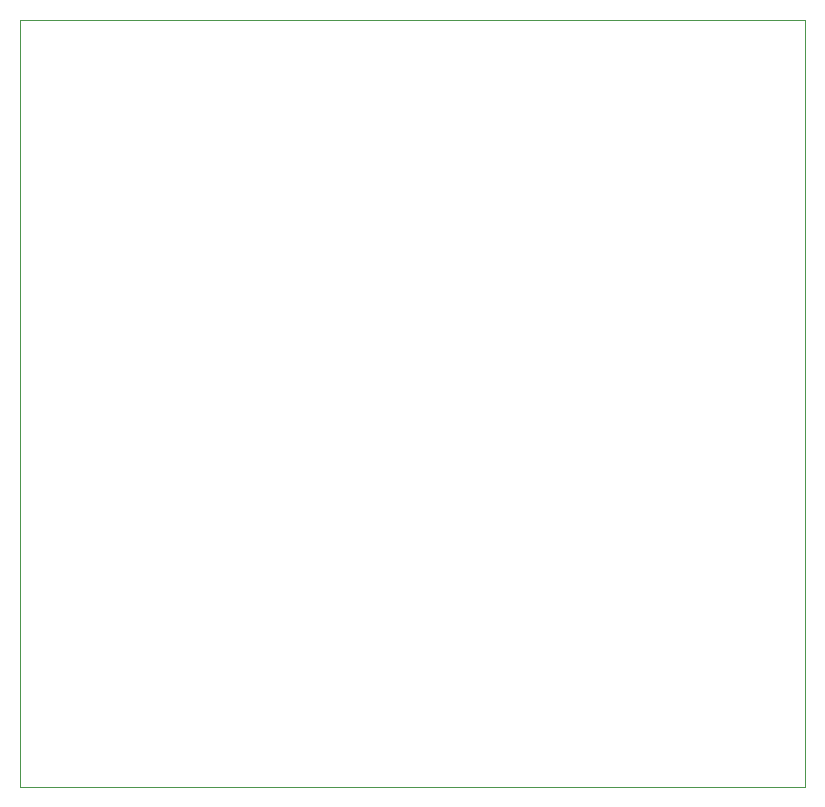
<source format=gbr>
%TF.GenerationSoftware,KiCad,Pcbnew,9.0.0*%
%TF.CreationDate,2025-03-30T19:29:00+05:30*%
%TF.ProjectId,soil_moisture,736f696c-5f6d-46f6-9973-747572652e6b,rev?*%
%TF.SameCoordinates,Original*%
%TF.FileFunction,Profile,NP*%
%FSLAX46Y46*%
G04 Gerber Fmt 4.6, Leading zero omitted, Abs format (unit mm)*
G04 Created by KiCad (PCBNEW 9.0.0) date 2025-03-30 19:29:00*
%MOMM*%
%LPD*%
G01*
G04 APERTURE LIST*
%TA.AperFunction,Profile*%
%ADD10C,0.050000*%
%TD*%
G04 APERTURE END LIST*
D10*
X100000000Y-50000000D02*
X166500000Y-50000000D01*
X166500000Y-115000000D01*
X100000000Y-115000000D01*
X100000000Y-50000000D01*
M02*

</source>
